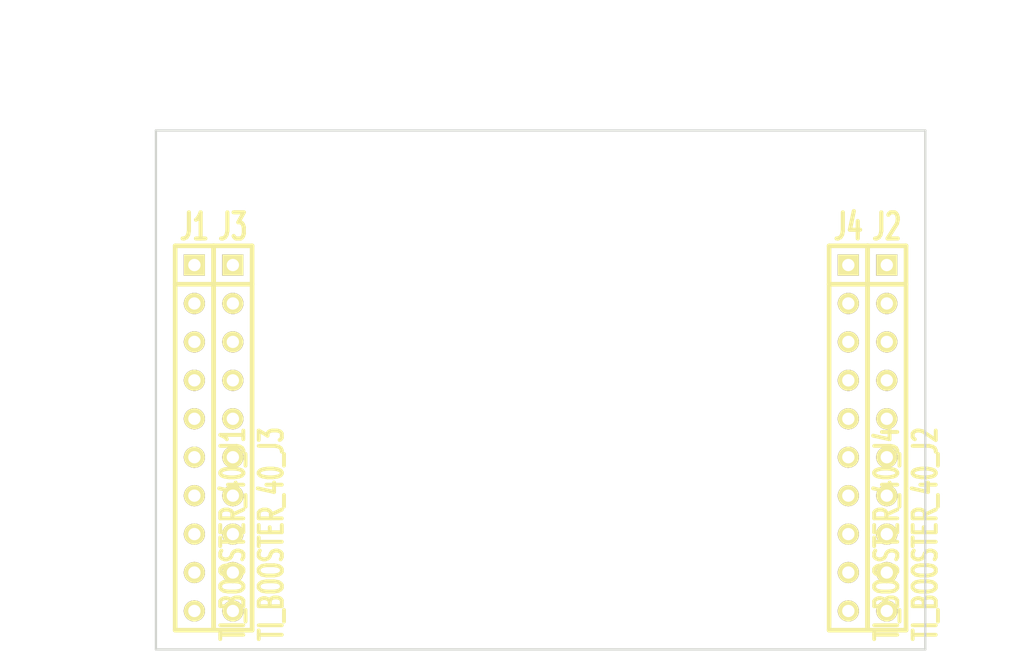
<source format=kicad_pcb>
(kicad_pcb (version 3) (host pcbnew "(2013-02-23 BZR 3971)-testing")

  (general
    (links 1)
    (no_connects 1)
    (area 172.984525 104.605002 242.305477 149.137511)
    (thickness 1.6)
    (drawings 7)
    (tracks 0)
    (zones 0)
    (modules 4)
    (nets 4)
  )

  (page A3)
  (layers
    (15 Front signal)
    (0 Back signal)
    (16 Dessous.Adhes user)
    (17 Dessus.Adhes user)
    (18 Dessous.Pate user)
    (19 Dessus.Pate user)
    (20 Dessous.SilkS user)
    (21 Dessus.SilkS user)
    (22 Dessous.Masque user)
    (23 Dessus.Masque user)
    (24 Dessin.User user)
    (25 Cmts.User user)
    (26 Eco1.User user)
    (27 Eco2.User user)
    (28 Contours.Ci user)
  )

  (setup
    (last_trace_width 0.254)
    (trace_clearance 0.254)
    (zone_clearance 0.508)
    (zone_45_only no)
    (trace_min 0.254)
    (segment_width 0.20066)
    (edge_width 0.14986)
    (via_size 0.889)
    (via_drill 0.635)
    (via_min_size 0.889)
    (via_min_drill 0.508)
    (uvia_size 0.508)
    (uvia_drill 0.127)
    (uvias_allowed no)
    (uvia_min_size 0.508)
    (uvia_min_drill 0.127)
    (pcb_text_width 0.3)
    (pcb_text_size 1 1)
    (mod_edge_width 0.14986)
    (mod_text_size 1 1)
    (mod_text_width 0.15)
    (pad_size 1 1)
    (pad_drill 0.6)
    (pad_to_mask_clearance 0)
    (aux_axis_origin 0 0)
    (visible_elements 7FFFFFFF)
    (pcbplotparams
      (layerselection 3178497)
      (usegerberextensions true)
      (excludeedgelayer true)
      (linewidth 152400)
      (plotframeref false)
      (viasonmask false)
      (mode 1)
      (useauxorigin false)
      (hpglpennumber 1)
      (hpglpenspeed 20)
      (hpglpendiameter 15)
      (hpglpenoverlay 2)
      (psnegative false)
      (psa4output false)
      (plotreference true)
      (plotvalue true)
      (plotothertext true)
      (plotinvisibletext false)
      (padsonsilk false)
      (subtractmaskfromsilk false)
      (outputformat 1)
      (mirror false)
      (drillshape 1)
      (scaleselection 1)
      (outputdirectory ""))
  )

  (net 0 "")
  (net 1 +5V)
  (net 2 GND)
  (net 3 VCC)

  (net_class Default "This is the default net class."
    (clearance 0.254)
    (trace_width 0.254)
    (via_dia 0.889)
    (via_drill 0.635)
    (uvia_dia 0.508)
    (uvia_drill 0.127)
    (add_net "")
    (add_net +5V)
    (add_net GND)
    (add_net VCC)
  )

  (module SIL-10 (layer Front) (tedit 5080DEE6) (tstamp 5080DE37)
    (at 231.14 133.35 270)
    (descr "Connecteur 10 pins")
    (tags "CONN DEV")
    (path /5080DBF4)
    (fp_text reference J2 (at -13.97 0 360) (layer Dessus.SilkS)
      (effects (font (size 1.72974 1.08712) (thickness 0.3048)))
    )
    (fp_text value TI_BOOSTER_40_J2 (at 6.35 -2.54 270) (layer Dessus.SilkS)
      (effects (font (size 1.524 1.016) (thickness 0.3048)))
    )
    (fp_line (start -12.7 1.27) (end -12.7 -1.27) (layer Dessus.SilkS) (width 0.3048))
    (fp_line (start -12.7 -1.27) (end 12.7 -1.27) (layer Dessus.SilkS) (width 0.3048))
    (fp_line (start 12.7 -1.27) (end 12.7 1.27) (layer Dessus.SilkS) (width 0.3048))
    (fp_line (start 12.7 1.27) (end -12.7 1.27) (layer Dessus.SilkS) (width 0.3048))
    (fp_line (start -10.16 1.27) (end -10.16 -1.27) (layer Dessus.SilkS) (width 0.3048))
    (pad 1 thru_hole rect (at -11.43 0 270) (size 1.397 1.397) (drill 0.8128)
      (layers *.Cu *.Mask Dessus.SilkS)
      (net 2 GND)
    )
    (pad 2 thru_hole circle (at -8.89 0 270) (size 1.397 1.397) (drill 0.8128)
      (layers *.Cu *.Mask Dessus.SilkS)
    )
    (pad 3 thru_hole circle (at -6.35 0 270) (size 1.397 1.397) (drill 0.8128)
      (layers *.Cu *.Mask Dessus.SilkS)
    )
    (pad 4 thru_hole circle (at -3.81 0 270) (size 1.397 1.397) (drill 0.8128)
      (layers *.Cu *.Mask Dessus.SilkS)
    )
    (pad 5 thru_hole circle (at -1.27 0 270) (size 1.397 1.397) (drill 0.8128)
      (layers *.Cu *.Mask Dessus.SilkS)
    )
    (pad 6 thru_hole circle (at 1.27 0 270) (size 1.397 1.397) (drill 0.8128)
      (layers *.Cu *.Mask Dessus.SilkS)
    )
    (pad 7 thru_hole circle (at 3.81 0 270) (size 1.397 1.397) (drill 0.8128)
      (layers *.Cu *.Mask Dessus.SilkS)
    )
    (pad 8 thru_hole circle (at 6.35 0 270) (size 1.397 1.397) (drill 0.8128)
      (layers *.Cu *.Mask Dessus.SilkS)
    )
    (pad 9 thru_hole circle (at 8.89 0 270) (size 1.397 1.397) (drill 0.8128)
      (layers *.Cu *.Mask Dessus.SilkS)
    )
    (pad 10 thru_hole circle (at 11.43 0 270) (size 1.397 1.397) (drill 0.8128)
      (layers *.Cu *.Mask Dessus.SilkS)
    )
  )

  (module SIL-10 (layer Front) (tedit 5080DEED) (tstamp 5080DE4A)
    (at 228.6 133.35 270)
    (descr "Connecteur 10 pins")
    (tags "CONN DEV")
    (path /5080DC12)
    (fp_text reference J4 (at -13.97 0 360) (layer Dessus.SilkS)
      (effects (font (size 1.72974 1.08712) (thickness 0.3048)))
    )
    (fp_text value TI_BOOSTER_40_J4 (at 6.35 -2.54 270) (layer Dessus.SilkS)
      (effects (font (size 1.524 1.016) (thickness 0.3048)))
    )
    (fp_line (start -12.7 1.27) (end -12.7 -1.27) (layer Dessus.SilkS) (width 0.3048))
    (fp_line (start -12.7 -1.27) (end 12.7 -1.27) (layer Dessus.SilkS) (width 0.3048))
    (fp_line (start 12.7 -1.27) (end 12.7 1.27) (layer Dessus.SilkS) (width 0.3048))
    (fp_line (start 12.7 1.27) (end -12.7 1.27) (layer Dessus.SilkS) (width 0.3048))
    (fp_line (start -10.16 1.27) (end -10.16 -1.27) (layer Dessus.SilkS) (width 0.3048))
    (pad 1 thru_hole rect (at -11.43 0 270) (size 1.397 1.397) (drill 0.8128)
      (layers *.Cu *.Mask Dessus.SilkS)
    )
    (pad 2 thru_hole circle (at -8.89 0 270) (size 1.397 1.397) (drill 0.8128)
      (layers *.Cu *.Mask Dessus.SilkS)
    )
    (pad 3 thru_hole circle (at -6.35 0 270) (size 1.397 1.397) (drill 0.8128)
      (layers *.Cu *.Mask Dessus.SilkS)
    )
    (pad 4 thru_hole circle (at -3.81 0 270) (size 1.397 1.397) (drill 0.8128)
      (layers *.Cu *.Mask Dessus.SilkS)
    )
    (pad 5 thru_hole circle (at -1.27 0 270) (size 1.397 1.397) (drill 0.8128)
      (layers *.Cu *.Mask Dessus.SilkS)
    )
    (pad 6 thru_hole circle (at 1.27 0 270) (size 1.397 1.397) (drill 0.8128)
      (layers *.Cu *.Mask Dessus.SilkS)
    )
    (pad 7 thru_hole circle (at 3.81 0 270) (size 1.397 1.397) (drill 0.8128)
      (layers *.Cu *.Mask Dessus.SilkS)
    )
    (pad 8 thru_hole circle (at 6.35 0 270) (size 1.397 1.397) (drill 0.8128)
      (layers *.Cu *.Mask Dessus.SilkS)
    )
    (pad 9 thru_hole circle (at 8.89 0 270) (size 1.397 1.397) (drill 0.8128)
      (layers *.Cu *.Mask Dessus.SilkS)
    )
    (pad 10 thru_hole circle (at 11.43 0 270) (size 1.397 1.397) (drill 0.8128)
      (layers *.Cu *.Mask Dessus.SilkS)
    )
  )

  (module SIL-10 (layer Front) (tedit 5080DEE0) (tstamp 5080AB71)
    (at 187.96 133.35 270)
    (descr "Connecteur 10 pins")
    (tags "CONN DEV")
    (path /5080DC03)
    (fp_text reference J3 (at -13.97 0 360) (layer Dessus.SilkS)
      (effects (font (size 1.72974 1.08712) (thickness 0.3048)))
    )
    (fp_text value TI_BOOSTER_40_J3 (at 6.35 -2.54 270) (layer Dessus.SilkS)
      (effects (font (size 1.524 1.016) (thickness 0.3048)))
    )
    (fp_line (start -12.7 1.27) (end -12.7 -1.27) (layer Dessus.SilkS) (width 0.3048))
    (fp_line (start -12.7 -1.27) (end 12.7 -1.27) (layer Dessus.SilkS) (width 0.3048))
    (fp_line (start 12.7 -1.27) (end 12.7 1.27) (layer Dessus.SilkS) (width 0.3048))
    (fp_line (start 12.7 1.27) (end -12.7 1.27) (layer Dessus.SilkS) (width 0.3048))
    (fp_line (start -10.16 1.27) (end -10.16 -1.27) (layer Dessus.SilkS) (width 0.3048))
    (pad 1 thru_hole rect (at -11.43 0 270) (size 1.397 1.397) (drill 0.8128)
      (layers *.Cu *.Mask Dessus.SilkS)
      (net 1 +5V)
    )
    (pad 2 thru_hole circle (at -8.89 0 270) (size 1.397 1.397) (drill 0.8128)
      (layers *.Cu *.Mask Dessus.SilkS)
      (net 2 GND)
    )
    (pad 3 thru_hole circle (at -6.35 0 270) (size 1.397 1.397) (drill 0.8128)
      (layers *.Cu *.Mask Dessus.SilkS)
    )
    (pad 4 thru_hole circle (at -3.81 0 270) (size 1.397 1.397) (drill 0.8128)
      (layers *.Cu *.Mask Dessus.SilkS)
    )
    (pad 5 thru_hole circle (at -1.27 0 270) (size 1.397 1.397) (drill 0.8128)
      (layers *.Cu *.Mask Dessus.SilkS)
    )
    (pad 6 thru_hole circle (at 1.27 0 270) (size 1.397 1.397) (drill 0.8128)
      (layers *.Cu *.Mask Dessus.SilkS)
    )
    (pad 7 thru_hole circle (at 3.81 0 270) (size 1.397 1.397) (drill 0.8128)
      (layers *.Cu *.Mask Dessus.SilkS)
    )
    (pad 8 thru_hole circle (at 6.35 0 270) (size 1.397 1.397) (drill 0.8128)
      (layers *.Cu *.Mask Dessus.SilkS)
    )
    (pad 9 thru_hole circle (at 8.89 0 270) (size 1.397 1.397) (drill 0.8128)
      (layers *.Cu *.Mask Dessus.SilkS)
    )
    (pad 10 thru_hole circle (at 11.43 0 270) (size 1.397 1.397) (drill 0.8128)
      (layers *.Cu *.Mask Dessus.SilkS)
    )
  )

  (module SIL-10 (layer Front) (tedit 5080DEDC) (tstamp 5080AB8D)
    (at 185.42 133.35 270)
    (descr "Connecteur 10 pins")
    (tags "CONN DEV")
    (path /5080DB5C)
    (fp_text reference J1 (at -13.97 0 360) (layer Dessus.SilkS)
      (effects (font (size 1.72974 1.08712) (thickness 0.3048)))
    )
    (fp_text value TI_BOOSTER_40_J1 (at 6.35 -2.54 270) (layer Dessus.SilkS)
      (effects (font (size 1.524 1.016) (thickness 0.3048)))
    )
    (fp_line (start -12.7 1.27) (end -12.7 -1.27) (layer Dessus.SilkS) (width 0.3048))
    (fp_line (start -12.7 -1.27) (end 12.7 -1.27) (layer Dessus.SilkS) (width 0.3048))
    (fp_line (start 12.7 -1.27) (end 12.7 1.27) (layer Dessus.SilkS) (width 0.3048))
    (fp_line (start 12.7 1.27) (end -12.7 1.27) (layer Dessus.SilkS) (width 0.3048))
    (fp_line (start -10.16 1.27) (end -10.16 -1.27) (layer Dessus.SilkS) (width 0.3048))
    (pad 1 thru_hole rect (at -11.43 0 270) (size 1.397 1.397) (drill 0.8128)
      (layers *.Cu *.Mask Dessus.SilkS)
      (net 3 VCC)
    )
    (pad 2 thru_hole circle (at -8.89 0 270) (size 1.397 1.397) (drill 0.8128)
      (layers *.Cu *.Mask Dessus.SilkS)
    )
    (pad 3 thru_hole circle (at -6.35 0 270) (size 1.397 1.397) (drill 0.8128)
      (layers *.Cu *.Mask Dessus.SilkS)
    )
    (pad 4 thru_hole circle (at -3.81 0 270) (size 1.397 1.397) (drill 0.8128)
      (layers *.Cu *.Mask Dessus.SilkS)
    )
    (pad 5 thru_hole circle (at -1.27 0 270) (size 1.397 1.397) (drill 0.8128)
      (layers *.Cu *.Mask Dessus.SilkS)
    )
    (pad 6 thru_hole circle (at 1.27 0 270) (size 1.397 1.397) (drill 0.8128)
      (layers *.Cu *.Mask Dessus.SilkS)
    )
    (pad 7 thru_hole circle (at 3.81 0 270) (size 1.397 1.397) (drill 0.8128)
      (layers *.Cu *.Mask Dessus.SilkS)
    )
    (pad 8 thru_hole circle (at 6.35 0 270) (size 1.397 1.397) (drill 0.8128)
      (layers *.Cu *.Mask Dessus.SilkS)
    )
    (pad 9 thru_hole circle (at 8.89 0 270) (size 1.397 1.397) (drill 0.8128)
      (layers *.Cu *.Mask Dessus.SilkS)
    )
    (pad 10 thru_hole circle (at 11.43 0 270) (size 1.397 1.397) (drill 0.8128)
      (layers *.Cu *.Mask Dessus.SilkS)
    )
  )

  (dimension 34.29 (width 0.25) (layer Dessin.User)
    (gr_text "1.3500 in" (at 176.800001 130.175 270) (layer Dessin.User)
      (effects (font (size 1 1) (thickness 0.25)))
    )
    (feature1 (pts (xy 182.88 147.32) (xy 175.800001 147.32)))
    (feature2 (pts (xy 182.88 113.03) (xy 175.800001 113.03)))
    (crossbar (pts (xy 177.800001 113.03) (xy 177.800001 147.32)))
    (arrow1a (pts (xy 177.800001 147.32) (xy 177.213581 146.193497)))
    (arrow1b (pts (xy 177.800001 147.32) (xy 178.386421 146.193497)))
    (arrow2a (pts (xy 177.800001 113.03) (xy 177.213581 114.156503)))
    (arrow2b (pts (xy 177.800001 113.03) (xy 178.386421 114.156503)))
  )
  (dimension 8.89 (width 0.25) (layer Dessin.User)
    (gr_text "0.3500 in" (at 238.49 117.475 90) (layer Dessin.User)
      (effects (font (size 1 1) (thickness 0.25)))
    )
    (feature1 (pts (xy 231.14 113.03) (xy 239.49 113.03)))
    (feature2 (pts (xy 231.14 121.92) (xy 239.49 121.92)))
    (crossbar (pts (xy 237.49 121.92) (xy 237.49 113.03)))
    (arrow1a (pts (xy 237.49 113.03) (xy 238.07642 114.156503)))
    (arrow1b (pts (xy 237.49 113.03) (xy 236.90358 114.156503)))
    (arrow2a (pts (xy 237.49 121.92) (xy 238.07642 120.793497)))
    (arrow2b (pts (xy 237.49 121.92) (xy 236.90358 120.793497)))
  )
  (gr_line (start 233.68 147.32) (end 182.88 147.32) (angle 90) (layer Contours.Ci) (width 0.15))
  (dimension 50.8 (width 0.25) (layer Dessin.User)
    (gr_text "2.0000 in" (at 208.28 105.680002) (layer Dessin.User)
      (effects (font (size 1 1) (thickness 0.25)))
    )
    (feature1 (pts (xy 233.68 113.03) (xy 233.68 104.680002)))
    (feature2 (pts (xy 182.88 113.03) (xy 182.88 104.680002)))
    (crossbar (pts (xy 182.88 106.680002) (xy 233.68 106.680002)))
    (arrow1a (pts (xy 233.68 106.680002) (xy 232.553497 107.266422)))
    (arrow1b (pts (xy 233.68 106.680002) (xy 232.553497 106.093582)))
    (arrow2a (pts (xy 182.88 106.680002) (xy 184.006503 107.266422)))
    (arrow2b (pts (xy 182.88 106.680002) (xy 184.006503 106.093582)))
  )
  (gr_line (start 182.88 147.32) (end 182.88 113.03) (angle 90) (layer Contours.Ci) (width 0.14986))
  (gr_line (start 233.68 113.03) (end 233.68 147.32) (angle 90) (layer Contours.Ci) (width 0.14986))
  (gr_line (start 182.88 113.03) (end 233.68 113.03) (angle 90) (layer Contours.Ci) (width 0.15))

)

</source>
